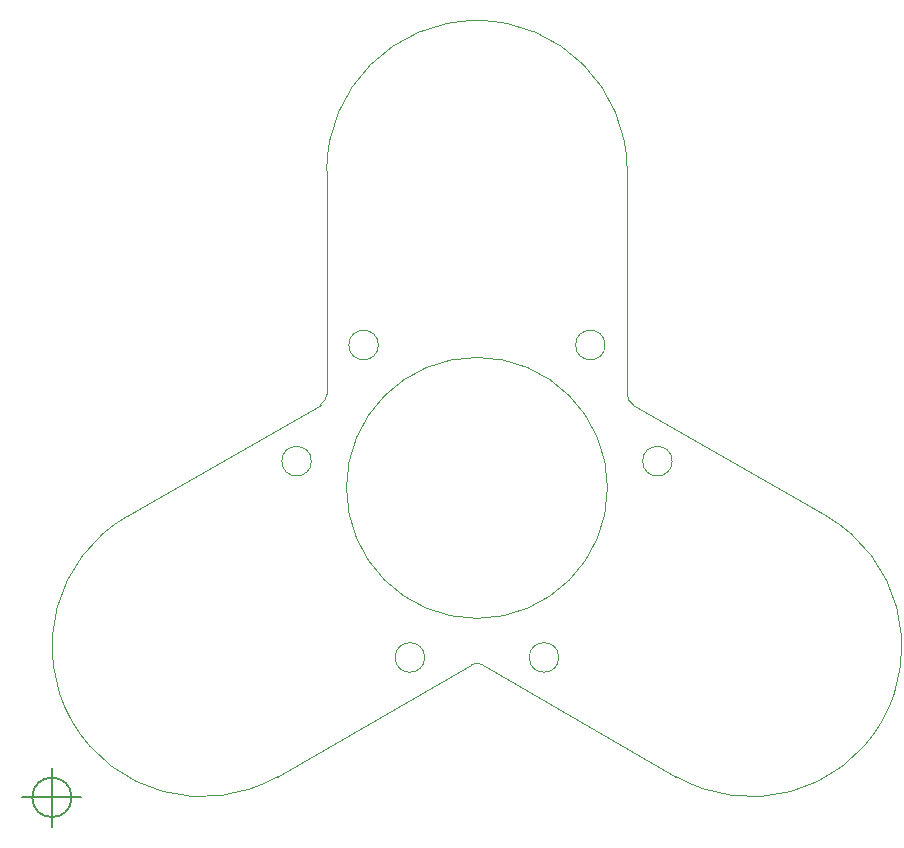
<source format=gm1>
G04 #@! TF.FileFunction,Profile,NP*
%FSLAX46Y46*%
G04 Gerber Fmt 4.6, Leading zero omitted, Abs format (unit mm)*
G04 Created by KiCad (PCBNEW 4.0.7) date 2018 May 15, Tuesday 19:27:55*
%MOMM*%
%LPD*%
G01*
G04 APERTURE LIST*
%ADD10C,0.100000*%
%ADD11C,0.150000*%
G04 APERTURE END LIST*
D10*
X119075192Y-98251437D02*
G75*
G02X106369434Y-76200003I-6343257J11031261D01*
G01*
X165599998Y-76200003D02*
G75*
G02X152874996Y-98240349I-6362501J-11020173D01*
G01*
X123259720Y-46945178D02*
G75*
G02X148709720Y-46945178I12725000J0D01*
G01*
X119094438Y-98240352D02*
X135484720Y-88777415D01*
X136484720Y-88777415D02*
X152875009Y-98240352D01*
X123259722Y-46945178D02*
X123259722Y-65871043D01*
X122759722Y-66737071D02*
X106369440Y-76200000D01*
X148709718Y-65871043D02*
X148709718Y-46945178D01*
X165600000Y-76200000D02*
X149209718Y-66737071D01*
X135484720Y-88777418D02*
G75*
G02X136484720Y-88777418I500000J-866025D01*
G01*
X123259722Y-65871043D02*
G75*
G02X122759722Y-66737068I-1000000J0D01*
G01*
X149209726Y-66737068D02*
G75*
G02X148709726Y-65871043I500000J866025D01*
G01*
X147034720Y-73795177D02*
G75*
G03X147034720Y-73795177I-11050000J0D01*
G01*
X146832948Y-61700358D02*
G75*
G03X146832948Y-61700358I-1250000J0D01*
G01*
X127636492Y-61700358D02*
G75*
G03X127636492Y-61700358I-1250000J0D01*
G01*
X131559412Y-88154895D02*
G75*
G03X131559412Y-88154895I-1250000J0D01*
G01*
X121961183Y-71530276D02*
G75*
G03X121961183Y-71530276I-1250000J0D01*
G01*
X152508249Y-71530276D02*
G75*
G03X152508249Y-71530276I-1250000J0D01*
G01*
X142910028Y-88154895D02*
G75*
G03X142910028Y-88154895I-1250000J0D01*
G01*
D11*
X101666666Y-100000000D02*
G75*
G03X101666666Y-100000000I-1666666J0D01*
G01*
X97500000Y-100000000D02*
X102500000Y-100000000D01*
X100000000Y-97500000D02*
X100000000Y-102500000D01*
M02*

</source>
